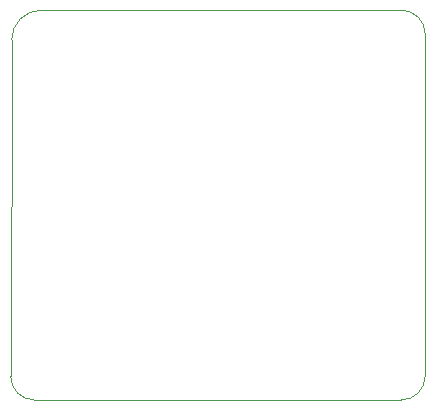
<source format=gm1>
G04 #@! TF.GenerationSoftware,KiCad,Pcbnew,8.0.8*
G04 #@! TF.CreationDate,2025-02-07T11:49:10+01:00*
G04 #@! TF.ProjectId,Senzory_gate,53656e7a-6f72-4795-9f67-6174652e6b69,rev?*
G04 #@! TF.SameCoordinates,Original*
G04 #@! TF.FileFunction,Profile,NP*
%FSLAX46Y46*%
G04 Gerber Fmt 4.6, Leading zero omitted, Abs format (unit mm)*
G04 Created by KiCad (PCBNEW 8.0.8) date 2025-02-07 11:49:10*
%MOMM*%
%LPD*%
G01*
G04 APERTURE LIST*
G04 #@! TA.AperFunction,Profile*
%ADD10C,0.050000*%
G04 #@! TD*
G04 APERTURE END LIST*
D10*
X113000000Y-81000000D02*
G75*
G02*
X111000000Y-83000000I-2000000J0D01*
G01*
X111000000Y-83000000D02*
X79914214Y-83000000D01*
X79914214Y-83000000D02*
G75*
G02*
X77914200Y-81000000I-14J2000000D01*
G01*
X113000000Y-52000000D02*
X113000000Y-81000000D01*
X78000000Y-52500000D02*
G75*
G02*
X80500000Y-50000000I2500000J0D01*
G01*
X111000000Y-50000000D02*
G75*
G02*
X113000000Y-52000000I0J-2000000D01*
G01*
X111000000Y-50000000D02*
X80500000Y-50000000D01*
X78000000Y-52500000D02*
X77914214Y-81000000D01*
M02*

</source>
